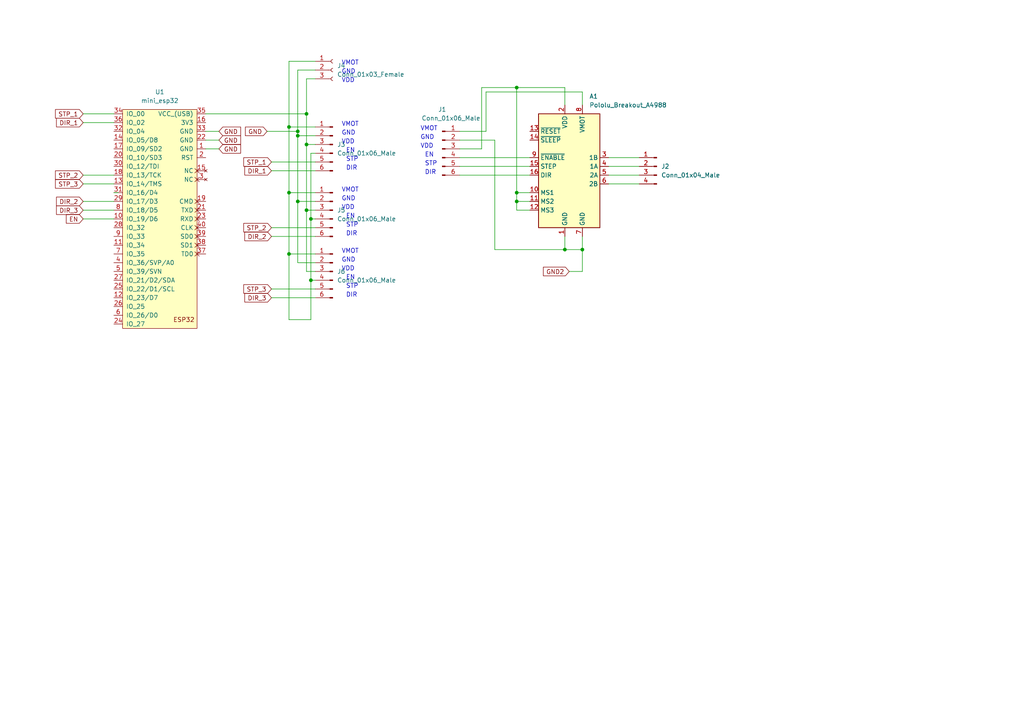
<source format=kicad_sch>
(kicad_sch (version 20211123) (generator eeschema)

  (uuid ec9b6fef-085d-40af-b50d-80b8e4637069)

  (paper "A4")

  (lib_symbols
    (symbol "Connector:Conn_01x03_Female" (pin_names (offset 1.016) hide) (in_bom yes) (on_board yes)
      (property "Reference" "J" (id 0) (at 0 5.08 0)
        (effects (font (size 1.27 1.27)))
      )
      (property "Value" "Conn_01x03_Female" (id 1) (at 0 -5.08 0)
        (effects (font (size 1.27 1.27)))
      )
      (property "Footprint" "" (id 2) (at 0 0 0)
        (effects (font (size 1.27 1.27)) hide)
      )
      (property "Datasheet" "~" (id 3) (at 0 0 0)
        (effects (font (size 1.27 1.27)) hide)
      )
      (property "ki_keywords" "connector" (id 4) (at 0 0 0)
        (effects (font (size 1.27 1.27)) hide)
      )
      (property "ki_description" "Generic connector, single row, 01x03, script generated (kicad-library-utils/schlib/autogen/connector/)" (id 5) (at 0 0 0)
        (effects (font (size 1.27 1.27)) hide)
      )
      (property "ki_fp_filters" "Connector*:*_1x??_*" (id 6) (at 0 0 0)
        (effects (font (size 1.27 1.27)) hide)
      )
      (symbol "Conn_01x03_Female_1_1"
        (arc (start 0 -2.032) (mid -0.508 -2.54) (end 0 -3.048)
          (stroke (width 0.1524) (type default) (color 0 0 0 0))
          (fill (type none))
        )
        (polyline
          (pts
            (xy -1.27 -2.54)
            (xy -0.508 -2.54)
          )
          (stroke (width 0.1524) (type default) (color 0 0 0 0))
          (fill (type none))
        )
        (polyline
          (pts
            (xy -1.27 0)
            (xy -0.508 0)
          )
          (stroke (width 0.1524) (type default) (color 0 0 0 0))
          (fill (type none))
        )
        (polyline
          (pts
            (xy -1.27 2.54)
            (xy -0.508 2.54)
          )
          (stroke (width 0.1524) (type default) (color 0 0 0 0))
          (fill (type none))
        )
        (arc (start 0 0.508) (mid -0.508 0) (end 0 -0.508)
          (stroke (width 0.1524) (type default) (color 0 0 0 0))
          (fill (type none))
        )
        (arc (start 0 3.048) (mid -0.508 2.54) (end 0 2.032)
          (stroke (width 0.1524) (type default) (color 0 0 0 0))
          (fill (type none))
        )
        (pin passive line (at -5.08 2.54 0) (length 3.81)
          (name "Pin_1" (effects (font (size 1.27 1.27))))
          (number "1" (effects (font (size 1.27 1.27))))
        )
        (pin passive line (at -5.08 0 0) (length 3.81)
          (name "Pin_2" (effects (font (size 1.27 1.27))))
          (number "2" (effects (font (size 1.27 1.27))))
        )
        (pin passive line (at -5.08 -2.54 0) (length 3.81)
          (name "Pin_3" (effects (font (size 1.27 1.27))))
          (number "3" (effects (font (size 1.27 1.27))))
        )
      )
    )
    (symbol "Connector:Conn_01x04_Male" (pin_names (offset 1.016) hide) (in_bom yes) (on_board yes)
      (property "Reference" "J" (id 0) (at 0 5.08 0)
        (effects (font (size 1.27 1.27)))
      )
      (property "Value" "Conn_01x04_Male" (id 1) (at 0 -7.62 0)
        (effects (font (size 1.27 1.27)))
      )
      (property "Footprint" "" (id 2) (at 0 0 0)
        (effects (font (size 1.27 1.27)) hide)
      )
      (property "Datasheet" "~" (id 3) (at 0 0 0)
        (effects (font (size 1.27 1.27)) hide)
      )
      (property "ki_keywords" "connector" (id 4) (at 0 0 0)
        (effects (font (size 1.27 1.27)) hide)
      )
      (property "ki_description" "Generic connector, single row, 01x04, script generated (kicad-library-utils/schlib/autogen/connector/)" (id 5) (at 0 0 0)
        (effects (font (size 1.27 1.27)) hide)
      )
      (property "ki_fp_filters" "Connector*:*_1x??_*" (id 6) (at 0 0 0)
        (effects (font (size 1.27 1.27)) hide)
      )
      (symbol "Conn_01x04_Male_1_1"
        (polyline
          (pts
            (xy 1.27 -5.08)
            (xy 0.8636 -5.08)
          )
          (stroke (width 0.1524) (type default) (color 0 0 0 0))
          (fill (type none))
        )
        (polyline
          (pts
            (xy 1.27 -2.54)
            (xy 0.8636 -2.54)
          )
          (stroke (width 0.1524) (type default) (color 0 0 0 0))
          (fill (type none))
        )
        (polyline
          (pts
            (xy 1.27 0)
            (xy 0.8636 0)
          )
          (stroke (width 0.1524) (type default) (color 0 0 0 0))
          (fill (type none))
        )
        (polyline
          (pts
            (xy 1.27 2.54)
            (xy 0.8636 2.54)
          )
          (stroke (width 0.1524) (type default) (color 0 0 0 0))
          (fill (type none))
        )
        (rectangle (start 0.8636 -4.953) (end 0 -5.207)
          (stroke (width 0.1524) (type default) (color 0 0 0 0))
          (fill (type outline))
        )
        (rectangle (start 0.8636 -2.413) (end 0 -2.667)
          (stroke (width 0.1524) (type default) (color 0 0 0 0))
          (fill (type outline))
        )
        (rectangle (start 0.8636 0.127) (end 0 -0.127)
          (stroke (width 0.1524) (type default) (color 0 0 0 0))
          (fill (type outline))
        )
        (rectangle (start 0.8636 2.667) (end 0 2.413)
          (stroke (width 0.1524) (type default) (color 0 0 0 0))
          (fill (type outline))
        )
        (pin passive line (at 5.08 2.54 180) (length 3.81)
          (name "Pin_1" (effects (font (size 1.27 1.27))))
          (number "1" (effects (font (size 1.27 1.27))))
        )
        (pin passive line (at 5.08 0 180) (length 3.81)
          (name "Pin_2" (effects (font (size 1.27 1.27))))
          (number "2" (effects (font (size 1.27 1.27))))
        )
        (pin passive line (at 5.08 -2.54 180) (length 3.81)
          (name "Pin_3" (effects (font (size 1.27 1.27))))
          (number "3" (effects (font (size 1.27 1.27))))
        )
        (pin passive line (at 5.08 -5.08 180) (length 3.81)
          (name "Pin_4" (effects (font (size 1.27 1.27))))
          (number "4" (effects (font (size 1.27 1.27))))
        )
      )
    )
    (symbol "Connector:Conn_01x06_Male" (pin_names (offset 1.016) hide) (in_bom yes) (on_board yes)
      (property "Reference" "J" (id 0) (at 0 7.62 0)
        (effects (font (size 1.27 1.27)))
      )
      (property "Value" "Conn_01x06_Male" (id 1) (at 0 -10.16 0)
        (effects (font (size 1.27 1.27)))
      )
      (property "Footprint" "" (id 2) (at 0 0 0)
        (effects (font (size 1.27 1.27)) hide)
      )
      (property "Datasheet" "~" (id 3) (at 0 0 0)
        (effects (font (size 1.27 1.27)) hide)
      )
      (property "ki_keywords" "connector" (id 4) (at 0 0 0)
        (effects (font (size 1.27 1.27)) hide)
      )
      (property "ki_description" "Generic connector, single row, 01x06, script generated (kicad-library-utils/schlib/autogen/connector/)" (id 5) (at 0 0 0)
        (effects (font (size 1.27 1.27)) hide)
      )
      (property "ki_fp_filters" "Connector*:*_1x??_*" (id 6) (at 0 0 0)
        (effects (font (size 1.27 1.27)) hide)
      )
      (symbol "Conn_01x06_Male_1_1"
        (polyline
          (pts
            (xy 1.27 -7.62)
            (xy 0.8636 -7.62)
          )
          (stroke (width 0.1524) (type default) (color 0 0 0 0))
          (fill (type none))
        )
        (polyline
          (pts
            (xy 1.27 -5.08)
            (xy 0.8636 -5.08)
          )
          (stroke (width 0.1524) (type default) (color 0 0 0 0))
          (fill (type none))
        )
        (polyline
          (pts
            (xy 1.27 -2.54)
            (xy 0.8636 -2.54)
          )
          (stroke (width 0.1524) (type default) (color 0 0 0 0))
          (fill (type none))
        )
        (polyline
          (pts
            (xy 1.27 0)
            (xy 0.8636 0)
          )
          (stroke (width 0.1524) (type default) (color 0 0 0 0))
          (fill (type none))
        )
        (polyline
          (pts
            (xy 1.27 2.54)
            (xy 0.8636 2.54)
          )
          (stroke (width 0.1524) (type default) (color 0 0 0 0))
          (fill (type none))
        )
        (polyline
          (pts
            (xy 1.27 5.08)
            (xy 0.8636 5.08)
          )
          (stroke (width 0.1524) (type default) (color 0 0 0 0))
          (fill (type none))
        )
        (rectangle (start 0.8636 -7.493) (end 0 -7.747)
          (stroke (width 0.1524) (type default) (color 0 0 0 0))
          (fill (type outline))
        )
        (rectangle (start 0.8636 -4.953) (end 0 -5.207)
          (stroke (width 0.1524) (type default) (color 0 0 0 0))
          (fill (type outline))
        )
        (rectangle (start 0.8636 -2.413) (end 0 -2.667)
          (stroke (width 0.1524) (type default) (color 0 0 0 0))
          (fill (type outline))
        )
        (rectangle (start 0.8636 0.127) (end 0 -0.127)
          (stroke (width 0.1524) (type default) (color 0 0 0 0))
          (fill (type outline))
        )
        (rectangle (start 0.8636 2.667) (end 0 2.413)
          (stroke (width 0.1524) (type default) (color 0 0 0 0))
          (fill (type outline))
        )
        (rectangle (start 0.8636 5.207) (end 0 4.953)
          (stroke (width 0.1524) (type default) (color 0 0 0 0))
          (fill (type outline))
        )
        (pin passive line (at 5.08 5.08 180) (length 3.81)
          (name "Pin_1" (effects (font (size 1.27 1.27))))
          (number "1" (effects (font (size 1.27 1.27))))
        )
        (pin passive line (at 5.08 2.54 180) (length 3.81)
          (name "Pin_2" (effects (font (size 1.27 1.27))))
          (number "2" (effects (font (size 1.27 1.27))))
        )
        (pin passive line (at 5.08 0 180) (length 3.81)
          (name "Pin_3" (effects (font (size 1.27 1.27))))
          (number "3" (effects (font (size 1.27 1.27))))
        )
        (pin passive line (at 5.08 -2.54 180) (length 3.81)
          (name "Pin_4" (effects (font (size 1.27 1.27))))
          (number "4" (effects (font (size 1.27 1.27))))
        )
        (pin passive line (at 5.08 -5.08 180) (length 3.81)
          (name "Pin_5" (effects (font (size 1.27 1.27))))
          (number "5" (effects (font (size 1.27 1.27))))
        )
        (pin passive line (at 5.08 -7.62 180) (length 3.81)
          (name "Pin_6" (effects (font (size 1.27 1.27))))
          (number "6" (effects (font (size 1.27 1.27))))
        )
      )
    )
    (symbol "Driver_Motor:Pololu_Breakout_A4988" (in_bom yes) (on_board yes)
      (property "Reference" "A" (id 0) (at -2.54 19.05 0)
        (effects (font (size 1.27 1.27)) (justify right))
      )
      (property "Value" "Pololu_Breakout_A4988" (id 1) (at -2.54 16.51 0)
        (effects (font (size 1.27 1.27)) (justify right))
      )
      (property "Footprint" "Module:Pololu_Breakout-16_15.2x20.3mm" (id 2) (at 6.985 -19.05 0)
        (effects (font (size 1.27 1.27)) (justify left) hide)
      )
      (property "Datasheet" "https://www.pololu.com/product/2980/pictures" (id 3) (at 2.54 -7.62 0)
        (effects (font (size 1.27 1.27)) hide)
      )
      (property "ki_keywords" "Pololu Breakout Board Stepper Driver A4988" (id 4) (at 0 0 0)
        (effects (font (size 1.27 1.27)) hide)
      )
      (property "ki_description" "Pololu Breakout Board, Stepper Driver A4988" (id 5) (at 0 0 0)
        (effects (font (size 1.27 1.27)) hide)
      )
      (property "ki_fp_filters" "Pololu*Breakout*15.2x20.3mm*" (id 6) (at 0 0 0)
        (effects (font (size 1.27 1.27)) hide)
      )
      (symbol "Pololu_Breakout_A4988_0_1"
        (rectangle (start 10.16 -17.78) (end -7.62 15.24)
          (stroke (width 0.254) (type default) (color 0 0 0 0))
          (fill (type background))
        )
      )
      (symbol "Pololu_Breakout_A4988_1_1"
        (pin power_in line (at 0 -20.32 90) (length 2.54)
          (name "GND" (effects (font (size 1.27 1.27))))
          (number "1" (effects (font (size 1.27 1.27))))
        )
        (pin input line (at -10.16 -7.62 0) (length 2.54)
          (name "MS1" (effects (font (size 1.27 1.27))))
          (number "10" (effects (font (size 1.27 1.27))))
        )
        (pin input line (at -10.16 -10.16 0) (length 2.54)
          (name "MS2" (effects (font (size 1.27 1.27))))
          (number "11" (effects (font (size 1.27 1.27))))
        )
        (pin input line (at -10.16 -12.7 0) (length 2.54)
          (name "MS3" (effects (font (size 1.27 1.27))))
          (number "12" (effects (font (size 1.27 1.27))))
        )
        (pin input line (at -10.16 10.16 0) (length 2.54)
          (name "~{RESET}" (effects (font (size 1.27 1.27))))
          (number "13" (effects (font (size 1.27 1.27))))
        )
        (pin input line (at -10.16 7.62 0) (length 2.54)
          (name "~{SLEEP}" (effects (font (size 1.27 1.27))))
          (number "14" (effects (font (size 1.27 1.27))))
        )
        (pin input line (at -10.16 0 0) (length 2.54)
          (name "STEP" (effects (font (size 1.27 1.27))))
          (number "15" (effects (font (size 1.27 1.27))))
        )
        (pin input line (at -10.16 -2.54 0) (length 2.54)
          (name "DIR" (effects (font (size 1.27 1.27))))
          (number "16" (effects (font (size 1.27 1.27))))
        )
        (pin power_in line (at 0 17.78 270) (length 2.54)
          (name "VDD" (effects (font (size 1.27 1.27))))
          (number "2" (effects (font (size 1.27 1.27))))
        )
        (pin output line (at 12.7 2.54 180) (length 2.54)
          (name "1B" (effects (font (size 1.27 1.27))))
          (number "3" (effects (font (size 1.27 1.27))))
        )
        (pin output line (at 12.7 0 180) (length 2.54)
          (name "1A" (effects (font (size 1.27 1.27))))
          (number "4" (effects (font (size 1.27 1.27))))
        )
        (pin output line (at 12.7 -2.54 180) (length 2.54)
          (name "2A" (effects (font (size 1.27 1.27))))
          (number "5" (effects (font (size 1.27 1.27))))
        )
        (pin output line (at 12.7 -5.08 180) (length 2.54)
          (name "2B" (effects (font (size 1.27 1.27))))
          (number "6" (effects (font (size 1.27 1.27))))
        )
        (pin power_in line (at 5.08 -20.32 90) (length 2.54)
          (name "GND" (effects (font (size 1.27 1.27))))
          (number "7" (effects (font (size 1.27 1.27))))
        )
        (pin power_in line (at 5.08 17.78 270) (length 2.54)
          (name "VMOT" (effects (font (size 1.27 1.27))))
          (number "8" (effects (font (size 1.27 1.27))))
        )
        (pin input line (at -10.16 2.54 0) (length 2.54)
          (name "~{ENABLE}" (effects (font (size 1.27 1.27))))
          (number "9" (effects (font (size 1.27 1.27))))
        )
      )
    )
    (symbol "ESP32_mini:mini_esp32" (pin_names (offset 1.016)) (in_bom yes) (on_board yes)
      (property "Reference" "U" (id 0) (at -7.62 -50.8 0)
        (effects (font (size 1.27 1.27)))
      )
      (property "Value" "mini_esp32" (id 1) (at 5.08 -59.69 0)
        (effects (font (size 1.27 1.27)))
      )
      (property "Footprint" "" (id 2) (at 3.81 2.54 0)
        (effects (font (size 1.27 1.27)) hide)
      )
      (property "Datasheet" "" (id 3) (at 3.81 2.54 0)
        (effects (font (size 1.27 1.27)) hide)
      )
      (symbol "mini_esp32_0_0"
        (text "ESP32" (at 7.62 -62.23 0)
          (effects (font (size 1.27 1.27)))
        )
        (pin power_in line (at 13.97 -12.7 180) (length 2.54)
          (name "GND" (effects (font (size 1.27 1.27))))
          (number "1" (effects (font (size 1.27 1.27))))
        )
        (pin input line (at 13.97 -15.24 180) (length 2.54)
          (name "RST" (effects (font (size 1.27 1.27))))
          (number "2" (effects (font (size 1.27 1.27))))
        )
        (pin no_connect non_logic (at 13.97 -21.59 180) (length 2.54)
          (name "NC" (effects (font (size 1.27 1.27))))
          (number "3" (effects (font (size 1.27 1.27))))
        )
        (pin bidirectional line (at -12.7 -45.72 0) (length 2.54)
          (name "IO_36/SVP/A0" (effects (font (size 1.27 1.27))))
          (number "4" (effects (font (size 1.27 1.27))))
        )
        (pin bidirectional line (at -12.7 -48.26 0) (length 2.54)
          (name "IO_39/SVN" (effects (font (size 1.27 1.27))))
          (number "5" (effects (font (size 1.27 1.27))))
        )
      )
      (symbol "mini_esp32_0_1"
        (rectangle (start -10.16 -1.27) (end 11.43 -64.77)
          (stroke (width 0) (type default) (color 0 0 0 0))
          (fill (type background))
        )
      )
      (symbol "mini_esp32_1_1"
        (pin bidirectional line (at -12.7 -33.02 0) (length 2.54)
          (name "IO_19/D6" (effects (font (size 1.27 1.27))))
          (number "10" (effects (font (size 1.27 1.27))))
        )
        (pin bidirectional line (at -12.7 -40.64 0) (length 2.54)
          (name "IO_34" (effects (font (size 1.27 1.27))))
          (number "11" (effects (font (size 1.27 1.27))))
        )
        (pin bidirectional line (at -12.7 -55.88 0) (length 2.54)
          (name "IO_23/D7" (effects (font (size 1.27 1.27))))
          (number "12" (effects (font (size 1.27 1.27))))
        )
        (pin bidirectional line (at -12.7 -22.86 0) (length 2.54)
          (name "IO_14/TMS" (effects (font (size 1.27 1.27))))
          (number "13" (effects (font (size 1.27 1.27))))
        )
        (pin bidirectional line (at -12.7 -10.16 0) (length 2.54)
          (name "IO_05/D8" (effects (font (size 1.27 1.27))))
          (number "14" (effects (font (size 1.27 1.27))))
        )
        (pin no_connect non_logic (at 13.97 -19.05 180) (length 2.54)
          (name "NC" (effects (font (size 1.27 1.27))))
          (number "15" (effects (font (size 1.27 1.27))))
        )
        (pin power_in line (at 13.97 -5.08 180) (length 2.54)
          (name "3V3" (effects (font (size 1.27 1.27))))
          (number "16" (effects (font (size 1.27 1.27))))
        )
        (pin bidirectional line (at -12.7 -12.7 0) (length 2.54)
          (name "IO_09/SD2" (effects (font (size 1.27 1.27))))
          (number "17" (effects (font (size 1.27 1.27))))
        )
        (pin bidirectional line (at -12.7 -20.32 0) (length 2.54)
          (name "IO_13/TCK" (effects (font (size 1.27 1.27))))
          (number "18" (effects (font (size 1.27 1.27))))
        )
        (pin passive non_logic (at 13.97 -27.94 180) (length 2.54)
          (name "CMD" (effects (font (size 1.27 1.27))))
          (number "19" (effects (font (size 1.27 1.27))))
        )
        (pin bidirectional line (at -12.7 -15.24 0) (length 2.54)
          (name "IO_10/SD3" (effects (font (size 1.27 1.27))))
          (number "20" (effects (font (size 1.27 1.27))))
        )
        (pin passive non_logic (at 13.97 -30.48 180) (length 2.54)
          (name "TXD" (effects (font (size 1.27 1.27))))
          (number "21" (effects (font (size 1.27 1.27))))
        )
        (pin power_in line (at 13.97 -10.16 180) (length 2.54)
          (name "GND" (effects (font (size 1.27 1.27))))
          (number "22" (effects (font (size 1.27 1.27))))
        )
        (pin passive non_logic (at 13.97 -33.02 180) (length 2.54)
          (name "RXD" (effects (font (size 1.27 1.27))))
          (number "23" (effects (font (size 1.27 1.27))))
        )
        (pin bidirectional line (at -12.7 -63.5 0) (length 2.54)
          (name "IO_27" (effects (font (size 1.27 1.27))))
          (number "24" (effects (font (size 1.27 1.27))))
        )
        (pin bidirectional line (at -12.7 -53.34 0) (length 2.54)
          (name "IO_22/D1/SCL" (effects (font (size 1.27 1.27))))
          (number "25" (effects (font (size 1.27 1.27))))
        )
        (pin bidirectional line (at -12.7 -58.42 0) (length 2.54)
          (name "IO_25" (effects (font (size 1.27 1.27))))
          (number "26" (effects (font (size 1.27 1.27))))
        )
        (pin bidirectional line (at -12.7 -50.8 0) (length 2.54)
          (name "IO_21/D2/SDA" (effects (font (size 1.27 1.27))))
          (number "27" (effects (font (size 1.27 1.27))))
        )
        (pin bidirectional line (at -12.7 -35.56 0) (length 2.54)
          (name "IO_32" (effects (font (size 1.27 1.27))))
          (number "28" (effects (font (size 1.27 1.27))))
        )
        (pin bidirectional line (at -12.7 -27.94 0) (length 2.54)
          (name "IO_17/D3" (effects (font (size 1.27 1.27))))
          (number "29" (effects (font (size 1.27 1.27))))
        )
        (pin bidirectional line (at -12.7 -17.78 0) (length 2.54)
          (name "IO_12/TDI" (effects (font (size 1.27 1.27))))
          (number "30" (effects (font (size 1.27 1.27))))
        )
        (pin bidirectional line (at -12.7 -25.4 0) (length 2.54)
          (name "IO_16/D4" (effects (font (size 1.27 1.27))))
          (number "31" (effects (font (size 1.27 1.27))))
        )
        (pin bidirectional line (at -12.7 -7.62 0) (length 2.54)
          (name "IO_04" (effects (font (size 1.27 1.27))))
          (number "32" (effects (font (size 1.27 1.27))))
        )
        (pin power_in line (at 13.97 -7.62 180) (length 2.54)
          (name "GND" (effects (font (size 1.27 1.27))))
          (number "33" (effects (font (size 1.27 1.27))))
        )
        (pin bidirectional line (at -12.7 -2.54 0) (length 2.54)
          (name "IO_00" (effects (font (size 1.27 1.27))))
          (number "34" (effects (font (size 1.27 1.27))))
        )
        (pin power_in line (at 13.97 -2.54 180) (length 2.54)
          (name "VCC_(USB)" (effects (font (size 1.27 1.27))))
          (number "35" (effects (font (size 1.27 1.27))))
        )
        (pin bidirectional line (at -12.7 -5.08 0) (length 2.54)
          (name "IO_02" (effects (font (size 1.27 1.27))))
          (number "36" (effects (font (size 1.27 1.27))))
        )
        (pin passive non_logic (at 13.97 -43.18 180) (length 2.54)
          (name "TD0" (effects (font (size 1.27 1.27))))
          (number "37" (effects (font (size 1.27 1.27))))
        )
        (pin passive non_logic (at 13.97 -40.64 180) (length 2.54)
          (name "SD1" (effects (font (size 1.27 1.27))))
          (number "38" (effects (font (size 1.27 1.27))))
        )
        (pin passive non_logic (at 13.97 -38.1 180) (length 2.54)
          (name "SD0" (effects (font (size 1.27 1.27))))
          (number "39" (effects (font (size 1.27 1.27))))
        )
        (pin passive non_logic (at 13.97 -35.56 180) (length 2.54)
          (name "CLK" (effects (font (size 1.27 1.27))))
          (number "40" (effects (font (size 1.27 1.27))))
        )
        (pin bidirectional line (at -12.7 -60.96 0) (length 2.54)
          (name "IO_26/D0" (effects (font (size 1.27 1.27))))
          (number "6" (effects (font (size 1.27 1.27))))
        )
        (pin bidirectional line (at -12.7 -43.18 0) (length 2.54)
          (name "IO_35" (effects (font (size 1.27 1.27))))
          (number "7" (effects (font (size 1.27 1.27))))
        )
        (pin bidirectional line (at -12.7 -30.48 0) (length 2.54)
          (name "IO_18/D5" (effects (font (size 1.27 1.27))))
          (number "8" (effects (font (size 1.27 1.27))))
        )
        (pin bidirectional line (at -12.7 -38.1 0) (length 2.54)
          (name "IO_33" (effects (font (size 1.27 1.27))))
          (number "9" (effects (font (size 1.27 1.27))))
        )
      )
    )
  )

  (junction (at 88.9 60.96) (diameter 0) (color 0 0 0 0)
    (uuid 072d1212-3a54-407d-991a-ee3f3f249fb7)
  )
  (junction (at 90.17 63.5) (diameter 0) (color 0 0 0 0)
    (uuid 0d60e204-d9fa-4e28-bcbd-6cf47f76d629)
  )
  (junction (at 83.82 73.66) (diameter 0) (color 0 0 0 0)
    (uuid 16cb88f9-5e07-42fe-b0a2-9e70a2f196b8)
  )
  (junction (at 86.36 39.37) (diameter 0) (color 0 0 0 0)
    (uuid 1bc7526b-f612-4cc2-bb92-560db3c716ba)
  )
  (junction (at 86.36 38.1) (diameter 0) (color 0 0 0 0)
    (uuid 32f1c4f0-bea1-494c-a22f-582552c51767)
  )
  (junction (at 88.9 41.91) (diameter 0) (color 0 0 0 0)
    (uuid 411cf802-5e15-4d5d-a8ff-1d25895f77c3)
  )
  (junction (at 83.82 36.83) (diameter 0) (color 0 0 0 0)
    (uuid 66c5bbaf-9236-4a54-a57a-f2affe6f3e65)
  )
  (junction (at 88.9 33.02) (diameter 0) (color 0 0 0 0)
    (uuid 7bd8bd1f-126a-4c8a-ac10-ac30c753591b)
  )
  (junction (at 163.83 72.39) (diameter 0) (color 0 0 0 0)
    (uuid 7d4cc9bb-f296-4cd6-bc1b-7f2311b06c35)
  )
  (junction (at 168.91 72.39) (diameter 0) (color 0 0 0 0)
    (uuid 7eda279e-26bf-4341-bd57-801381f5ad0f)
  )
  (junction (at 90.17 81.28) (diameter 0) (color 0 0 0 0)
    (uuid b476715f-cc57-4130-a5cd-755f3641ef0b)
  )
  (junction (at 149.86 58.42) (diameter 0) (color 0 0 0 0)
    (uuid cd08e01f-9f48-4dca-ab75-0432e8615b78)
  )
  (junction (at 86.36 58.42) (diameter 0) (color 0 0 0 0)
    (uuid e86549b6-0a26-429a-ade3-ce35236ca0bc)
  )
  (junction (at 83.82 55.88) (diameter 0) (color 0 0 0 0)
    (uuid fd43ca29-aada-4b4f-bfc6-7b1341c5ff9b)
  )
  (junction (at 149.86 25.4) (diameter 0) (color 0 0 0 0)
    (uuid fea3e529-b745-4526-9774-d3bd58014094)
  )
  (junction (at 149.86 55.88) (diameter 0) (color 0 0 0 0)
    (uuid ff45978d-189b-46c4-ae0c-e088ba006e97)
  )

  (wire (pts (xy 86.36 20.32) (xy 86.36 38.1))
    (stroke (width 0) (type default) (color 0 0 0 0))
    (uuid 02761a18-d102-4152-8306-17f30b4ea4bf)
  )
  (wire (pts (xy 24.13 35.56) (xy 33.02 35.56))
    (stroke (width 0) (type default) (color 0 0 0 0))
    (uuid 046fbe6f-5483-4a16-9730-46c1d77063d0)
  )
  (wire (pts (xy 91.44 76.2) (xy 86.36 76.2))
    (stroke (width 0) (type default) (color 0 0 0 0))
    (uuid 0488f0ac-7795-468d-8ff7-2855d77a1ce0)
  )
  (wire (pts (xy 149.86 55.88) (xy 153.67 55.88))
    (stroke (width 0) (type default) (color 0 0 0 0))
    (uuid 09596797-d166-4d72-9c16-82e3511c0545)
  )
  (wire (pts (xy 153.67 50.8) (xy 133.35 50.8))
    (stroke (width 0) (type default) (color 0 0 0 0))
    (uuid 0ca09101-3362-4716-9f71-acf8afbfbb57)
  )
  (wire (pts (xy 24.13 60.96) (xy 33.02 60.96))
    (stroke (width 0) (type default) (color 0 0 0 0))
    (uuid 0f4b0d53-ac83-4f5d-807f-18ded6e8a592)
  )
  (wire (pts (xy 168.91 68.58) (xy 168.91 72.39))
    (stroke (width 0) (type default) (color 0 0 0 0))
    (uuid 118a4aff-5809-464e-b305-e23b09d11d71)
  )
  (wire (pts (xy 91.44 20.32) (xy 86.36 20.32))
    (stroke (width 0) (type default) (color 0 0 0 0))
    (uuid 11c936ec-bfaa-4303-a86d-18ceb28ff980)
  )
  (wire (pts (xy 139.7 25.4) (xy 139.7 43.18))
    (stroke (width 0) (type default) (color 0 0 0 0))
    (uuid 16cd376e-04a4-4b12-96c6-12227136e9f2)
  )
  (wire (pts (xy 78.74 46.99) (xy 91.44 46.99))
    (stroke (width 0) (type default) (color 0 0 0 0))
    (uuid 1b793894-2bb6-4406-b9ff-16165a9bc891)
  )
  (wire (pts (xy 24.13 53.34) (xy 33.02 53.34))
    (stroke (width 0) (type default) (color 0 0 0 0))
    (uuid 2389da1d-fad7-400f-a0c1-55b3861000e8)
  )
  (wire (pts (xy 77.47 38.1) (xy 86.36 38.1))
    (stroke (width 0) (type default) (color 0 0 0 0))
    (uuid 23b9731b-beda-4cd4-8d71-55fa9cc2eff7)
  )
  (wire (pts (xy 91.44 55.88) (xy 83.82 55.88))
    (stroke (width 0) (type default) (color 0 0 0 0))
    (uuid 25d80349-a50a-4c1f-b1ad-a3dd6bfedc36)
  )
  (wire (pts (xy 88.9 78.74) (xy 88.9 60.96))
    (stroke (width 0) (type default) (color 0 0 0 0))
    (uuid 2a61d90b-6fc6-46c0-971b-3165a59e2ae2)
  )
  (wire (pts (xy 149.86 58.42) (xy 153.67 58.42))
    (stroke (width 0) (type default) (color 0 0 0 0))
    (uuid 2c62a074-6a6a-4f6b-a462-ccb8910751bd)
  )
  (wire (pts (xy 78.74 66.04) (xy 91.44 66.04))
    (stroke (width 0) (type default) (color 0 0 0 0))
    (uuid 34c97622-3dff-4a40-804c-1e6c909e3285)
  )
  (wire (pts (xy 59.69 38.1) (xy 63.5 38.1))
    (stroke (width 0) (type default) (color 0 0 0 0))
    (uuid 38d501c8-61c1-40a4-a96f-15dd6c51ff1b)
  )
  (wire (pts (xy 24.13 63.5) (xy 33.02 63.5))
    (stroke (width 0) (type default) (color 0 0 0 0))
    (uuid 39b2affc-c8f9-47ea-bdb1-75e277d484cc)
  )
  (wire (pts (xy 24.13 33.02) (xy 33.02 33.02))
    (stroke (width 0) (type default) (color 0 0 0 0))
    (uuid 4037d099-cab5-469d-bdf2-6fc36a705fa6)
  )
  (wire (pts (xy 24.13 50.8) (xy 33.02 50.8))
    (stroke (width 0) (type default) (color 0 0 0 0))
    (uuid 43252fe1-1a1c-43fd-8f9a-63360f71d7c3)
  )
  (wire (pts (xy 149.86 25.4) (xy 149.86 55.88))
    (stroke (width 0) (type default) (color 0 0 0 0))
    (uuid 454aecc4-9377-47d6-95dc-e652eac5bcbe)
  )
  (wire (pts (xy 168.91 30.48) (xy 168.91 26.67))
    (stroke (width 0) (type default) (color 0 0 0 0))
    (uuid 4a19feaf-293e-45f4-8592-93d51bca12ad)
  )
  (wire (pts (xy 176.53 50.8) (xy 185.42 50.8))
    (stroke (width 0) (type default) (color 0 0 0 0))
    (uuid 56cc647b-af95-4cd3-af3a-b241255fe262)
  )
  (wire (pts (xy 83.82 17.78) (xy 83.82 36.83))
    (stroke (width 0) (type default) (color 0 0 0 0))
    (uuid 56ece04a-740f-4d28-9ae9-f11e2c773cdc)
  )
  (wire (pts (xy 88.9 22.86) (xy 88.9 33.02))
    (stroke (width 0) (type default) (color 0 0 0 0))
    (uuid 5f767106-4d62-4f24-aa2d-b9dd5c1a0497)
  )
  (wire (pts (xy 165.1 78.74) (xy 168.91 78.74))
    (stroke (width 0) (type default) (color 0 0 0 0))
    (uuid 6159b8a8-8f69-4d77-af0d-a7bb5e4bb847)
  )
  (wire (pts (xy 153.67 60.96) (xy 149.86 60.96))
    (stroke (width 0) (type default) (color 0 0 0 0))
    (uuid 64cbb22d-811f-43c6-8392-d57a9fab72c3)
  )
  (wire (pts (xy 90.17 63.5) (xy 91.44 63.5))
    (stroke (width 0) (type default) (color 0 0 0 0))
    (uuid 657ab044-fb2e-48de-b855-5e53c0a83df4)
  )
  (wire (pts (xy 88.9 33.02) (xy 88.9 41.91))
    (stroke (width 0) (type default) (color 0 0 0 0))
    (uuid 666348b0-43b7-4f66-8112-c51700e85197)
  )
  (wire (pts (xy 24.13 58.42) (xy 33.02 58.42))
    (stroke (width 0) (type default) (color 0 0 0 0))
    (uuid 69bd8d91-be28-4261-a8a5-80efdf230711)
  )
  (wire (pts (xy 78.74 68.58) (xy 91.44 68.58))
    (stroke (width 0) (type default) (color 0 0 0 0))
    (uuid 6c9bcea6-e4e7-44a5-81a8-aa2a97b5b204)
  )
  (wire (pts (xy 91.44 73.66) (xy 83.82 73.66))
    (stroke (width 0) (type default) (color 0 0 0 0))
    (uuid 6ca21a62-b976-40c2-8d81-a971a823c5a8)
  )
  (wire (pts (xy 83.82 92.71) (xy 83.82 73.66))
    (stroke (width 0) (type default) (color 0 0 0 0))
    (uuid 6ea4cbdf-2bf7-4e6b-894e-9acdb4a77163)
  )
  (wire (pts (xy 90.17 44.45) (xy 90.17 63.5))
    (stroke (width 0) (type default) (color 0 0 0 0))
    (uuid 6eedc6ea-6899-4ec9-9b61-3a3a1ca179d1)
  )
  (wire (pts (xy 163.83 25.4) (xy 163.83 30.48))
    (stroke (width 0) (type default) (color 0 0 0 0))
    (uuid 718f451e-3277-4f03-a9b6-38427b2df2e7)
  )
  (wire (pts (xy 143.51 40.64) (xy 143.51 72.39))
    (stroke (width 0) (type default) (color 0 0 0 0))
    (uuid 729810a7-6732-4e0e-95ed-2ddaaf363f49)
  )
  (wire (pts (xy 78.74 86.36) (xy 91.44 86.36))
    (stroke (width 0) (type default) (color 0 0 0 0))
    (uuid 74dfc4c3-f8ff-44ac-a8ef-139709ae52ba)
  )
  (wire (pts (xy 78.74 49.53) (xy 91.44 49.53))
    (stroke (width 0) (type default) (color 0 0 0 0))
    (uuid 75331db1-8379-4f5b-9552-46378f467d39)
  )
  (wire (pts (xy 168.91 72.39) (xy 163.83 72.39))
    (stroke (width 0) (type default) (color 0 0 0 0))
    (uuid 7691886c-5c7a-4456-a796-16dd55b84c70)
  )
  (wire (pts (xy 133.35 48.26) (xy 153.67 48.26))
    (stroke (width 0) (type default) (color 0 0 0 0))
    (uuid 76bf2261-679b-429f-a83b-1503b628c1b6)
  )
  (wire (pts (xy 149.86 25.4) (xy 163.83 25.4))
    (stroke (width 0) (type default) (color 0 0 0 0))
    (uuid 770d0a59-6c74-4873-9b67-7f84cea24f4d)
  )
  (wire (pts (xy 133.35 45.72) (xy 153.67 45.72))
    (stroke (width 0) (type default) (color 0 0 0 0))
    (uuid 773b116b-0508-4c02-acaf-4ad32bf5e9b1)
  )
  (wire (pts (xy 91.44 81.28) (xy 90.17 81.28))
    (stroke (width 0) (type default) (color 0 0 0 0))
    (uuid 7b58095e-a15d-4dfa-84dd-8016b1b00b36)
  )
  (wire (pts (xy 91.44 17.78) (xy 83.82 17.78))
    (stroke (width 0) (type default) (color 0 0 0 0))
    (uuid 7e8f8597-9883-4de9-98c9-45177878a9c4)
  )
  (wire (pts (xy 168.91 78.74) (xy 168.91 72.39))
    (stroke (width 0) (type default) (color 0 0 0 0))
    (uuid 7ef211f3-6698-4478-808a-6eb6ebcf3c8a)
  )
  (wire (pts (xy 86.36 76.2) (xy 86.36 58.42))
    (stroke (width 0) (type default) (color 0 0 0 0))
    (uuid 7f8e328d-2864-45ed-9bd6-f0b91a46fac6)
  )
  (wire (pts (xy 78.74 83.82) (xy 91.44 83.82))
    (stroke (width 0) (type default) (color 0 0 0 0))
    (uuid 837b5051-6fc8-434a-9b70-8a9fe01fb1d3)
  )
  (wire (pts (xy 133.35 43.18) (xy 139.7 43.18))
    (stroke (width 0) (type default) (color 0 0 0 0))
    (uuid 83f41c78-6259-4160-a5f8-174ecbc7b2db)
  )
  (wire (pts (xy 91.44 78.74) (xy 88.9 78.74))
    (stroke (width 0) (type default) (color 0 0 0 0))
    (uuid 895a9dda-2e7c-4592-9f2a-969b13f1e4cf)
  )
  (wire (pts (xy 88.9 60.96) (xy 88.9 41.91))
    (stroke (width 0) (type default) (color 0 0 0 0))
    (uuid 8d83b26a-3353-4d9e-bc01-34a855a99418)
  )
  (wire (pts (xy 90.17 92.71) (xy 90.17 81.28))
    (stroke (width 0) (type default) (color 0 0 0 0))
    (uuid 9066d3b9-f852-4ff6-a838-4d641de0e723)
  )
  (wire (pts (xy 143.51 72.39) (xy 163.83 72.39))
    (stroke (width 0) (type default) (color 0 0 0 0))
    (uuid 9180fa3f-4617-4d4e-8bef-de3b3b840912)
  )
  (wire (pts (xy 140.97 26.67) (xy 140.97 38.1))
    (stroke (width 0) (type default) (color 0 0 0 0))
    (uuid 955fd8d3-59b3-4383-8d84-67c28988e72d)
  )
  (wire (pts (xy 83.82 55.88) (xy 83.82 73.66))
    (stroke (width 0) (type default) (color 0 0 0 0))
    (uuid 958ea2ed-1216-4ddd-b206-1bd2b8752801)
  )
  (wire (pts (xy 133.35 40.64) (xy 143.51 40.64))
    (stroke (width 0) (type default) (color 0 0 0 0))
    (uuid 9ef9d527-1e39-4fb9-a454-0693ccb8c486)
  )
  (wire (pts (xy 88.9 41.91) (xy 91.44 41.91))
    (stroke (width 0) (type default) (color 0 0 0 0))
    (uuid 9fd883b0-75aa-4459-b615-812fe32e59bb)
  )
  (wire (pts (xy 59.69 40.64) (xy 63.5 40.64))
    (stroke (width 0) (type default) (color 0 0 0 0))
    (uuid a07d44c3-b5bd-49d9-bdf5-ed162711ed53)
  )
  (wire (pts (xy 59.69 43.18) (xy 63.5 43.18))
    (stroke (width 0) (type default) (color 0 0 0 0))
    (uuid a7dc7535-a270-4303-ac72-d0bdcedea21d)
  )
  (wire (pts (xy 91.44 44.45) (xy 90.17 44.45))
    (stroke (width 0) (type default) (color 0 0 0 0))
    (uuid a96fbb01-7a0b-40e3-8daa-c4ba0000404f)
  )
  (wire (pts (xy 168.91 26.67) (xy 140.97 26.67))
    (stroke (width 0) (type default) (color 0 0 0 0))
    (uuid acdeac37-d0d4-42c8-ad6b-5bb8d481e0b6)
  )
  (wire (pts (xy 176.53 45.72) (xy 185.42 45.72))
    (stroke (width 0) (type default) (color 0 0 0 0))
    (uuid b1505178-62d2-4d69-88ca-4f0742d8c5a2)
  )
  (wire (pts (xy 139.7 25.4) (xy 149.86 25.4))
    (stroke (width 0) (type default) (color 0 0 0 0))
    (uuid b52ec6a2-b836-4883-a98f-1ccca3f927e4)
  )
  (wire (pts (xy 86.36 58.42) (xy 91.44 58.42))
    (stroke (width 0) (type default) (color 0 0 0 0))
    (uuid b5ca0ad5-e1f4-4de5-8781-28a882ff4b1a)
  )
  (wire (pts (xy 163.83 72.39) (xy 163.83 68.58))
    (stroke (width 0) (type default) (color 0 0 0 0))
    (uuid b677ded2-3fdf-472b-a265-c2a3e175c7ee)
  )
  (wire (pts (xy 91.44 22.86) (xy 88.9 22.86))
    (stroke (width 0) (type default) (color 0 0 0 0))
    (uuid b96befdd-b750-4b4f-b6d6-d2136194962e)
  )
  (wire (pts (xy 90.17 63.5) (xy 90.17 81.28))
    (stroke (width 0) (type default) (color 0 0 0 0))
    (uuid bad9eaa2-bf30-48c5-9d69-49975dfd1c80)
  )
  (wire (pts (xy 91.44 39.37) (xy 86.36 39.37))
    (stroke (width 0) (type default) (color 0 0 0 0))
    (uuid bbaa0643-77dc-4cec-8920-1ac47f8ceff7)
  )
  (wire (pts (xy 59.69 33.02) (xy 88.9 33.02))
    (stroke (width 0) (type default) (color 0 0 0 0))
    (uuid bbc7a605-2911-43e8-94bd-ccd1eef0d160)
  )
  (wire (pts (xy 149.86 60.96) (xy 149.86 58.42))
    (stroke (width 0) (type default) (color 0 0 0 0))
    (uuid bc69f448-5530-41ef-a1a6-0b490c9c699f)
  )
  (wire (pts (xy 83.82 92.71) (xy 90.17 92.71))
    (stroke (width 0) (type default) (color 0 0 0 0))
    (uuid c37a1cb2-3b82-4c7b-a894-22becd1cc082)
  )
  (wire (pts (xy 33.02 55.88) (xy 34.29 55.88))
    (stroke (width 0) (type default) (color 0 0 0 0))
    (uuid cab69448-865a-48f3-ac46-320209c92670)
  )
  (wire (pts (xy 83.82 36.83) (xy 91.44 36.83))
    (stroke (width 0) (type default) (color 0 0 0 0))
    (uuid cd859648-99ba-4f5b-b067-0014a56feb4a)
  )
  (wire (pts (xy 140.97 38.1) (xy 133.35 38.1))
    (stroke (width 0) (type default) (color 0 0 0 0))
    (uuid d1c836a0-cd6d-4cac-8581-5edcaa0ea953)
  )
  (wire (pts (xy 83.82 55.88) (xy 83.82 36.83))
    (stroke (width 0) (type default) (color 0 0 0 0))
    (uuid d2d954c6-7aa6-44bc-bd1c-c3a24194cb43)
  )
  (wire (pts (xy 149.86 58.42) (xy 149.86 55.88))
    (stroke (width 0) (type default) (color 0 0 0 0))
    (uuid da302d66-899c-41c6-a20c-bfd74a2f8ac7)
  )
  (wire (pts (xy 86.36 39.37) (xy 86.36 58.42))
    (stroke (width 0) (type default) (color 0 0 0 0))
    (uuid e55b1a50-262b-40c6-a9f1-ce897aac7da5)
  )
  (wire (pts (xy 176.53 48.26) (xy 185.42 48.26))
    (stroke (width 0) (type default) (color 0 0 0 0))
    (uuid ed826926-7925-4e73-8f01-9dd4d714064b)
  )
  (wire (pts (xy 91.44 60.96) (xy 88.9 60.96))
    (stroke (width 0) (type default) (color 0 0 0 0))
    (uuid f6d60407-69d6-47c5-89a9-e9147ed5dd58)
  )
  (wire (pts (xy 176.53 53.34) (xy 185.42 53.34))
    (stroke (width 0) (type default) (color 0 0 0 0))
    (uuid fb93086d-82e1-492e-a51d-24b976296661)
  )
  (wire (pts (xy 86.36 38.1) (xy 86.36 39.37))
    (stroke (width 0) (type default) (color 0 0 0 0))
    (uuid ff6f513a-c8c6-4560-bc3b-aefec0c961b2)
  )

  (text "GND\n" (at 99.06 39.37 0)
    (effects (font (size 1.27 1.27)) (justify left bottom))
    (uuid 2dbf59fc-c1d8-44e6-943a-bafa4360af95)
  )
  (text "VMOT" (at 99.06 36.83 0)
    (effects (font (size 1.27 1.27)) (justify left bottom))
    (uuid 3d26c15f-baa7-463b-bd6e-0776b73be524)
  )
  (text "EN" (at 100.33 81.28 0)
    (effects (font (size 1.27 1.27)) (justify left bottom))
    (uuid 587b3e91-bd2a-41d0-996a-1f035c683c4e)
  )
  (text "EN" (at 100.33 44.45 0)
    (effects (font (size 1.27 1.27)) (justify left bottom))
    (uuid 634fa263-8855-42c6-bb3f-6caa63f76c3d)
  )
  (text "STP" (at 100.33 83.82 0)
    (effects (font (size 1.27 1.27)) (justify left bottom))
    (uuid 666b1985-747d-4aad-8164-85cf141919f7)
  )
  (text "DIR" (at 100.33 49.53 0)
    (effects (font (size 1.27 1.27)) (justify left bottom))
    (uuid 6a4d8022-9617-4729-a348-7b51c1af5e74)
  )
  (text "VMOT" (at 121.92 38.1 0)
    (effects (font (size 1.27 1.27)) (justify left bottom))
    (uuid 6d4e9fb3-ae19-41ff-abd0-af0bf982e259)
  )
  (text "GND\n" (at 99.06 58.42 0)
    (effects (font (size 1.27 1.27)) (justify left bottom))
    (uuid 74181294-937c-4804-bfc8-2af725941b90)
  )
  (text "STP" (at 123.19 48.26 0)
    (effects (font (size 1.27 1.27)) (justify left bottom))
    (uuid 7d310e96-e41d-4ea2-8d4d-93874129b0d5)
  )
  (text "STP" (at 100.33 46.99 0)
    (effects (font (size 1.27 1.27)) (justify left bottom))
    (uuid 7e15753d-3fbc-4a8e-a5de-6fa66a1a5651)
  )
  (text "VMOT" (at 99.06 73.66 0)
    (effects (font (size 1.27 1.27)) (justify left bottom))
    (uuid 86f03833-3b3c-4ce3-8a7d-9c94d518a347)
  )
  (text "VDD" (at 99.06 60.96 0)
    (effects (font (size 1.27 1.27)) (justify left bottom))
    (uuid a7b79468-796d-42b6-8c72-12b9fed72b61)
  )
  (text "EN" (at 100.33 63.5 0)
    (effects (font (size 1.27 1.27)) (justify left bottom))
    (uuid b2f596ee-90e8-432f-ada6-d10c00e70b59)
  )
  (text "VMOT" (at 99.06 19.05 0)
    (effects (font (size 1.27 1.27)) (justify left bottom))
    (uuid b4d8513b-7924-470c-ab65-d48daddc1076)
  )
  (text "STP" (at 100.33 66.04 0)
    (effects (font (size 1.27 1.27)) (justify left bottom))
    (uuid b4e26fc5-067f-4f9d-917f-2646d1093e6f)
  )
  (text "VDD" (at 99.06 41.91 0)
    (effects (font (size 1.27 1.27)) (justify left bottom))
    (uuid bd5d9520-c59c-4972-b8d5-c93f1996b6ae)
  )
  (text "GND\n" (at 121.92 40.64 0)
    (effects (font (size 1.27 1.27)) (justify left bottom))
    (uuid c42a67cd-174a-45c3-9c3b-cce9b0462f11)
  )
  (text "DIR" (at 100.33 86.36 0)
    (effects (font (size 1.27 1.27)) (justify left bottom))
    (uuid ca66decb-1724-4443-9c69-f3513f2c18fe)
  )
  (text "VDD" (at 99.06 78.74 0)
    (effects (font (size 1.27 1.27)) (justify left bottom))
    (uuid cbec7519-310c-42ea-b7cd-9c26c447b111)
  )
  (text "GND\n" (at 99.06 76.2 0)
    (effects (font (size 1.27 1.27)) (justify left bottom))
    (uuid d3e13ce2-3580-406a-8574-90d454d58253)
  )
  (text "VDD" (at 121.92 43.18 0)
    (effects (font (size 1.27 1.27)) (justify left bottom))
    (uuid dd3d6ad3-dea4-4896-80ef-e345599902a1)
  )
  (text "GND\n" (at 99.06 21.59 0)
    (effects (font (size 1.27 1.27)) (justify left bottom))
    (uuid dd8cd2be-bc4b-4433-8e94-fc1c41411fb3)
  )
  (text "VMOT" (at 99.06 55.88 0)
    (effects (font (size 1.27 1.27)) (justify left bottom))
    (uuid dfe538c8-1d2c-4b5f-8a28-ac5a55b8a7c5)
  )
  (text "DIR" (at 123.19 50.8 0)
    (effects (font (size 1.27 1.27)) (justify left bottom))
    (uuid e6c96df8-90b0-4cbf-8a70-dda3bfe59f62)
  )
  (text "VDD" (at 99.06 24.13 0)
    (effects (font (size 1.27 1.27)) (justify left bottom))
    (uuid e7866c3d-8d14-41fd-ad1d-f5e39b494b2a)
  )
  (text "EN" (at 123.19 45.72 0)
    (effects (font (size 1.27 1.27)) (justify left bottom))
    (uuid ee96d9fe-8f70-495f-8470-4cc153837dda)
  )
  (text "DIR" (at 100.33 68.58 0)
    (effects (font (size 1.27 1.27)) (justify left bottom))
    (uuid f679912e-43e1-4d13-81ec-e87ad710cf45)
  )

  (global_label "GND" (shape input) (at 63.5 43.18 0) (fields_autoplaced)
    (effects (font (size 1.27 1.27)) (justify left))
    (uuid 1c62126e-a03d-40cc-a55b-be3afccac630)
    (property "Intersheet References" "${INTERSHEET_REFS}" (id 0) (at 69.7836 43.1006 0)
      (effects (font (size 1.27 1.27)) (justify left) hide)
    )
  )
  (global_label "DIR_3" (shape input) (at 78.74 86.36 180) (fields_autoplaced)
    (effects (font (size 1.27 1.27)) (justify right))
    (uuid 238c11c5-5497-440c-89ea-7961a672579e)
    (property "Intersheet References" "${INTERSHEET_REFS}" (id 0) (at 71.005 86.2806 0)
      (effects (font (size 1.27 1.27)) (justify right) hide)
    )
  )
  (global_label "STP_3" (shape input) (at 78.74 83.82 180) (fields_autoplaced)
    (effects (font (size 1.27 1.27)) (justify right))
    (uuid 2cc26a31-363e-46d3-b694-7982f4fb064d)
    (property "Intersheet References" "${INTERSHEET_REFS}" (id 0) (at 70.7026 83.7406 0)
      (effects (font (size 1.27 1.27)) (justify right) hide)
    )
  )
  (global_label "DIR_3" (shape input) (at 24.13 60.96 180) (fields_autoplaced)
    (effects (font (size 1.27 1.27)) (justify right))
    (uuid 477d3c40-b32a-4297-9e3c-152d01d9ca3d)
    (property "Intersheet References" "${INTERSHEET_REFS}" (id 0) (at 16.395 60.8806 0)
      (effects (font (size 1.27 1.27)) (justify right) hide)
    )
  )
  (global_label "GND" (shape input) (at 63.5 38.1 0) (fields_autoplaced)
    (effects (font (size 1.27 1.27)) (justify left))
    (uuid 4be3d9a8-7534-4ca0-98cf-585481ce7896)
    (property "Intersheet References" "${INTERSHEET_REFS}" (id 0) (at 69.7836 38.0206 0)
      (effects (font (size 1.27 1.27)) (justify left) hide)
    )
  )
  (global_label "DIR_1" (shape input) (at 78.74 49.53 180) (fields_autoplaced)
    (effects (font (size 1.27 1.27)) (justify right))
    (uuid 55a7b5dc-4d5e-4f1e-97f0-0e35a9fbed17)
    (property "Intersheet References" "${INTERSHEET_REFS}" (id 0) (at 71.005 49.4506 0)
      (effects (font (size 1.27 1.27)) (justify right) hide)
    )
  )
  (global_label "EN" (shape input) (at 24.13 63.5 180) (fields_autoplaced)
    (effects (font (size 1.27 1.27)) (justify right))
    (uuid 5dded979-6c00-4161-aa45-9b5a11f1e1a7)
    (property "Intersheet References" "${INTERSHEET_REFS}" (id 0) (at 19.2374 63.4206 0)
      (effects (font (size 1.27 1.27)) (justify right) hide)
    )
  )
  (global_label "STP_2" (shape input) (at 78.74 66.04 180) (fields_autoplaced)
    (effects (font (size 1.27 1.27)) (justify right))
    (uuid 60e53536-4e08-4bc6-9332-49ea16513c60)
    (property "Intersheet References" "${INTERSHEET_REFS}" (id 0) (at 70.7026 65.9606 0)
      (effects (font (size 1.27 1.27)) (justify right) hide)
    )
  )
  (global_label "GND" (shape input) (at 63.5 40.64 0) (fields_autoplaced)
    (effects (font (size 1.27 1.27)) (justify left))
    (uuid 656ff618-a524-4c15-a003-293531bbe4dc)
    (property "Intersheet References" "${INTERSHEET_REFS}" (id 0) (at 69.7836 40.5606 0)
      (effects (font (size 1.27 1.27)) (justify left) hide)
    )
  )
  (global_label "STP_2" (shape input) (at 24.13 50.8 180) (fields_autoplaced)
    (effects (font (size 1.27 1.27)) (justify right))
    (uuid 6ceaa034-285c-434f-8c49-8f9c6f9cb8d4)
    (property "Intersheet References" "${INTERSHEET_REFS}" (id 0) (at 16.0926 50.7206 0)
      (effects (font (size 1.27 1.27)) (justify right) hide)
    )
  )
  (global_label "DIR_2" (shape input) (at 24.13 58.42 180) (fields_autoplaced)
    (effects (font (size 1.27 1.27)) (justify right))
    (uuid 6d65c729-d606-4e1b-9f89-bc5fdd2e2648)
    (property "Intersheet References" "${INTERSHEET_REFS}" (id 0) (at 16.395 58.3406 0)
      (effects (font (size 1.27 1.27)) (justify right) hide)
    )
  )
  (global_label "DIR_2" (shape input) (at 78.74 68.58 180) (fields_autoplaced)
    (effects (font (size 1.27 1.27)) (justify right))
    (uuid 7ef759b2-43e1-4000-aaf1-3ce63bd50dd7)
    (property "Intersheet References" "${INTERSHEET_REFS}" (id 0) (at 71.005 68.5006 0)
      (effects (font (size 1.27 1.27)) (justify right) hide)
    )
  )
  (global_label "DIR_1" (shape input) (at 24.13 35.56 180) (fields_autoplaced)
    (effects (font (size 1.27 1.27)) (justify right))
    (uuid 8725984f-ee61-4aab-b86f-6a5067288a64)
    (property "Intersheet References" "${INTERSHEET_REFS}" (id 0) (at 16.395 35.4806 0)
      (effects (font (size 1.27 1.27)) (justify right) hide)
    )
  )
  (global_label "GND" (shape input) (at 77.47 38.1 180) (fields_autoplaced)
    (effects (font (size 1.27 1.27)) (justify right))
    (uuid 8e6fe9f1-ee80-40f1-848c-c3b3a01f5a61)
    (property "Intersheet References" "${INTERSHEET_REFS}" (id 0) (at 71.1864 38.1794 0)
      (effects (font (size 1.27 1.27)) (justify right) hide)
    )
  )
  (global_label "STP_1" (shape input) (at 24.13 33.02 180) (fields_autoplaced)
    (effects (font (size 1.27 1.27)) (justify right))
    (uuid 8fbd872c-258e-4f62-aa95-f9a839426af4)
    (property "Intersheet References" "${INTERSHEET_REFS}" (id 0) (at 16.0926 32.9406 0)
      (effects (font (size 1.27 1.27)) (justify right) hide)
    )
  )
  (global_label "STP_3" (shape input) (at 24.13 53.34 180) (fields_autoplaced)
    (effects (font (size 1.27 1.27)) (justify right))
    (uuid 93016e26-ed7e-40cf-b235-d3906da74139)
    (property "Intersheet References" "${INTERSHEET_REFS}" (id 0) (at 16.0926 53.2606 0)
      (effects (font (size 1.27 1.27)) (justify right) hide)
    )
  )
  (global_label "GND2" (shape input) (at 165.1 78.74 180) (fields_autoplaced)
    (effects (font (size 1.27 1.27)) (justify right))
    (uuid c13362bd-7855-44bd-bdd2-ea5b387837af)
    (property "Intersheet References" "${INTERSHEET_REFS}" (id 0) (at 157.6069 78.6606 0)
      (effects (font (size 1.27 1.27)) (justify right) hide)
    )
  )
  (global_label "STP_1" (shape input) (at 78.74 46.99 180) (fields_autoplaced)
    (effects (font (size 1.27 1.27)) (justify right))
    (uuid c80eac9e-8761-480b-88f4-efbd1262949d)
    (property "Intersheet References" "${INTERSHEET_REFS}" (id 0) (at 70.7026 46.9106 0)
      (effects (font (size 1.27 1.27)) (justify right) hide)
    )
  )

  (symbol (lib_id "Connector:Conn_01x04_Male") (at 190.5 48.26 0) (mirror y) (unit 1)
    (in_bom yes) (on_board yes) (fields_autoplaced)
    (uuid 3dec8d64-f5a8-4619-9a09-37dfdaa85de0)
    (property "Reference" "J2" (id 0) (at 191.77 48.2599 0)
      (effects (font (size 1.27 1.27)) (justify right))
    )
    (property "Value" "Conn_01x04_Male" (id 1) (at 191.77 50.7999 0)
      (effects (font (size 1.27 1.27)) (justify right))
    )
    (property "Footprint" "ESP32_mini_KiCad_Library:MicroLinearMotor" (id 2) (at 190.5 48.26 0)
      (effects (font (size 1.27 1.27)) hide)
    )
    (property "Datasheet" "~" (id 3) (at 190.5 48.26 0)
      (effects (font (size 1.27 1.27)) hide)
    )
    (pin "1" (uuid f6b2929d-eea7-4a46-a549-5694db06150b))
    (pin "2" (uuid d33891ca-b695-466f-a2a6-0b383e95294c))
    (pin "3" (uuid 866e3879-a248-4ec9-9d50-e004189c74c8))
    (pin "4" (uuid cbec5d15-53e2-4aa8-9fc9-973ac62c2ada))
  )

  (symbol (lib_id "Connector:Conn_01x06_Male") (at 96.52 41.91 0) (mirror y) (unit 1)
    (in_bom yes) (on_board yes) (fields_autoplaced)
    (uuid 42e7a0fd-7139-416e-8c5e-a7987583373d)
    (property "Reference" "J3" (id 0) (at 97.79 41.9099 0)
      (effects (font (size 1.27 1.27)) (justify right))
    )
    (property "Value" "Conn_01x06_Male" (id 1) (at 97.79 44.4499 0)
      (effects (font (size 1.27 1.27)) (justify right))
    )
    (property "Footprint" "Connector_PinHeader_2.54mm:PinHeader_1x06_P2.54mm_Vertical" (id 2) (at 96.52 41.91 0)
      (effects (font (size 1.27 1.27)) hide)
    )
    (property "Datasheet" "~" (id 3) (at 96.52 41.91 0)
      (effects (font (size 1.27 1.27)) hide)
    )
    (pin "1" (uuid a10b638d-07c3-43ab-87b2-1e7edce5ccc6))
    (pin "2" (uuid b7f15ad8-d384-4592-b22a-0ad7398bfe75))
    (pin "3" (uuid 04bcad44-c5cd-4db3-9db3-409e3d27c65b))
    (pin "4" (uuid 5b1744a0-7071-4546-bfa5-9a6761507f88))
    (pin "5" (uuid bb623881-dbde-47a2-8619-25da74f33e5d))
    (pin "6" (uuid 1dc7bcb3-d441-4925-9898-6a94e1ea53fc))
  )

  (symbol (lib_id "Connector:Conn_01x06_Male") (at 96.52 78.74 0) (mirror y) (unit 1)
    (in_bom yes) (on_board yes) (fields_autoplaced)
    (uuid 486fe374-1f78-44ed-8a5e-2e422e0f72e0)
    (property "Reference" "J6" (id 0) (at 97.79 78.7399 0)
      (effects (font (size 1.27 1.27)) (justify right))
    )
    (property "Value" "Conn_01x06_Male" (id 1) (at 97.79 81.2799 0)
      (effects (font (size 1.27 1.27)) (justify right))
    )
    (property "Footprint" "Connector_PinHeader_2.54mm:PinHeader_1x06_P2.54mm_Vertical" (id 2) (at 96.52 78.74 0)
      (effects (font (size 1.27 1.27)) hide)
    )
    (property "Datasheet" "~" (id 3) (at 96.52 78.74 0)
      (effects (font (size 1.27 1.27)) hide)
    )
    (pin "1" (uuid 15c0d558-f219-4b32-b7e4-67fd1bdf0816))
    (pin "2" (uuid 1e0f615d-f149-42e3-945d-7748748bab14))
    (pin "3" (uuid dbc76742-b7a1-476f-a277-c7a6fcfd75ae))
    (pin "4" (uuid a525aec9-6a80-488f-8012-18eb16313d90))
    (pin "5" (uuid c3bc4ab0-52d1-485f-877b-4f1a8562ce50))
    (pin "6" (uuid f9557ff7-a7ba-4d44-b851-50d62bbb6ff0))
  )

  (symbol (lib_id "ESP32_mini:mini_esp32") (at 45.72 30.48 0) (unit 1)
    (in_bom yes) (on_board yes) (fields_autoplaced)
    (uuid a9e0be28-91e4-4617-b085-9f3c745a80ca)
    (property "Reference" "U1" (id 0) (at 46.355 26.67 0))
    (property "Value" "mini_esp32" (id 1) (at 46.355 29.21 0))
    (property "Footprint" "ESP32_mini_KiCad_Library:ESP32_mini" (id 2) (at 49.53 27.94 0)
      (effects (font (size 1.27 1.27)) hide)
    )
    (property "Datasheet" "" (id 3) (at 49.53 27.94 0)
      (effects (font (size 1.27 1.27)) hide)
    )
    (pin "1" (uuid be838d2c-23da-4fd1-af54-761f4b10bd74))
    (pin "2" (uuid 15adb0d6-ab9e-47c6-822f-a3c6f9bda0d0))
    (pin "3" (uuid da11207c-55dd-454a-b43a-58775d152e09))
    (pin "4" (uuid ff762f89-f956-4166-b828-db8ff1e55904))
    (pin "5" (uuid 79d42c2e-65cb-4b82-86cb-5df024491ad1))
    (pin "10" (uuid ec71c1ec-bfb8-4993-bd0e-eae5db4033b0))
    (pin "11" (uuid 61ea8d37-6ceb-4d22-a3b5-60fb995edb70))
    (pin "12" (uuid aba4a5f2-e742-460d-8282-9ed49c18a7f2))
    (pin "13" (uuid cdcae454-d6c2-4ccb-8422-aea27ace747e))
    (pin "14" (uuid fa2068d5-3b4f-43e0-a46b-6e5211a6bfa5))
    (pin "15" (uuid f3dcedb3-5c9d-4f1a-b43e-8760b6a848ad))
    (pin "16" (uuid 71c6df7b-d470-4910-a263-b57d15790b43))
    (pin "17" (uuid 6b264e4c-c1bc-4b86-9995-bcb12bde6dd0))
    (pin "18" (uuid 784e200b-3d70-45ec-a7fe-4540140a771c))
    (pin "19" (uuid 20b61195-c8c6-455a-ab30-ac493e048084))
    (pin "20" (uuid c5c398e4-bbab-4c36-bb9c-2a65c5a9984f))
    (pin "21" (uuid 82293935-d5c2-43ed-b74a-284af977c69e))
    (pin "22" (uuid bd0ee167-b776-4c28-9f2c-9e99cccfdd0a))
    (pin "23" (uuid 6ab0dda0-149d-44d0-b031-d8abf47785f1))
    (pin "24" (uuid fc282fe3-1a1f-4bd7-8a49-a4d382944652))
    (pin "25" (uuid 30bd96c5-a105-403c-8879-55fec8432e95))
    (pin "26" (uuid 97cd50c7-888e-4083-a161-c56ad1198589))
    (pin "27" (uuid 02b48012-b61b-420d-9ffd-c2c71df8794e))
    (pin "28" (uuid 3912cc5d-0494-4bca-ae9c-5133cd05397d))
    (pin "29" (uuid 2ab52e17-217f-432b-bf33-d8535ec32058))
    (pin "30" (uuid 42cb9cf8-1e36-46e6-835b-698ee00155f7))
    (pin "31" (uuid d78e8ecb-d106-4fae-8cce-5e0ce9d5ab0e))
    (pin "32" (uuid ed45177b-b05e-4df6-886d-7552e2afed18))
    (pin "33" (uuid 8ca17677-0abe-4fbb-a5fb-dfce97a55310))
    (pin "34" (uuid ea7f19ee-31d1-491b-9d60-fbfd06f61498))
    (pin "35" (uuid 5028c790-d774-4075-acb1-aca0996254e8))
    (pin "36" (uuid 670eaf35-cfe8-4659-99ff-eb73fdfe26bc))
    (pin "37" (uuid 04479c9f-a695-4beb-9e22-b561103f3a99))
    (pin "38" (uuid c5fead6b-1d90-4d7d-8199-69c5ff925a3b))
    (pin "39" (uuid 8b585d7b-04c4-4803-8829-835eb6ce1172))
    (pin "40" (uuid b726782b-00f4-4b93-b31c-40111acaefef))
    (pin "6" (uuid 88b4dd67-d2a4-4d58-a586-32558060f2df))
    (pin "7" (uuid abda0b37-ac1d-4f92-ac14-2841ff761c48))
    (pin "8" (uuid b49c508d-2d79-42af-9693-96f12a6d0e4d))
    (pin "9" (uuid a7c26349-4fb3-4329-8f4a-2c5ee14292ba))
  )

  (symbol (lib_id "Connector:Conn_01x06_Male") (at 96.52 60.96 0) (mirror y) (unit 1)
    (in_bom yes) (on_board yes) (fields_autoplaced)
    (uuid aed8a4a5-e28d-44f4-93b5-d346e1ab59f8)
    (property "Reference" "J5" (id 0) (at 97.79 60.9599 0)
      (effects (font (size 1.27 1.27)) (justify right))
    )
    (property "Value" "Conn_01x06_Male" (id 1) (at 97.79 63.4999 0)
      (effects (font (size 1.27 1.27)) (justify right))
    )
    (property "Footprint" "Connector_PinHeader_2.54mm:PinHeader_1x06_P2.54mm_Vertical" (id 2) (at 96.52 60.96 0)
      (effects (font (size 1.27 1.27)) hide)
    )
    (property "Datasheet" "~" (id 3) (at 96.52 60.96 0)
      (effects (font (size 1.27 1.27)) hide)
    )
    (pin "1" (uuid eb3b3e16-8689-4e67-83e7-8f91f24dd192))
    (pin "2" (uuid 8b1b0efa-30fd-4a99-a184-499e5cbc44ee))
    (pin "3" (uuid 6424789b-d738-4f5b-9ddf-82b340c8b3fa))
    (pin "4" (uuid 4897285e-160f-40de-9913-e7e55df3805c))
    (pin "5" (uuid 54f08a6e-873c-4f1d-9f00-c8aa59c10cd4))
    (pin "6" (uuid 7b5a1e53-92b5-4db8-bb51-e310006e7e6c))
  )

  (symbol (lib_id "Connector:Conn_01x03_Female") (at 96.52 20.32 0) (unit 1)
    (in_bom yes) (on_board yes) (fields_autoplaced)
    (uuid b765f839-3561-474f-9447-06f6b30d6c08)
    (property "Reference" "J4" (id 0) (at 97.79 19.0499 0)
      (effects (font (size 1.27 1.27)) (justify left))
    )
    (property "Value" "Conn_01x03_Female" (id 1) (at 97.79 21.5899 0)
      (effects (font (size 1.27 1.27)) (justify left))
    )
    (property "Footprint" "Connector_PinHeader_2.54mm:PinHeader_1x03_P2.54mm_Horizontal" (id 2) (at 96.52 20.32 0)
      (effects (font (size 1.27 1.27)) hide)
    )
    (property "Datasheet" "~" (id 3) (at 96.52 20.32 0)
      (effects (font (size 1.27 1.27)) hide)
    )
    (pin "1" (uuid dfa4faac-05cd-4a17-9ade-c73f35f1edb4))
    (pin "2" (uuid bd9c900f-be9d-4005-8722-39406cc48857))
    (pin "3" (uuid ebf40dd5-1b05-4688-b9ac-91fa8faa9eb1))
  )

  (symbol (lib_id "Connector:Conn_01x06_Male") (at 128.27 43.18 0) (unit 1)
    (in_bom yes) (on_board yes)
    (uuid f1f9597f-0397-4f80-af26-5559602fcf01)
    (property "Reference" "J1" (id 0) (at 128.27 31.75 0))
    (property "Value" "Conn_01x06_Male" (id 1) (at 130.81 34.29 0))
    (property "Footprint" "Connector_PinHeader_2.54mm:PinHeader_1x06_P2.54mm_Horizontal" (id 2) (at 128.27 43.18 0)
      (effects (font (size 1.27 1.27)) hide)
    )
    (property "Datasheet" "~" (id 3) (at 128.27 43.18 0)
      (effects (font (size 1.27 1.27)) hide)
    )
    (pin "1" (uuid d0d4e61f-c554-43d7-b6ef-72e55431083d))
    (pin "2" (uuid 444c22ca-9224-471c-bdc4-ebb68cd0b330))
    (pin "3" (uuid c18f2965-bf6f-4805-b1c3-e0226cdc7880))
    (pin "4" (uuid fa49d558-0d01-4663-b28c-1cec20eeb1d5))
    (pin "5" (uuid 0350d659-e3cf-4800-a529-a6f042605dea))
    (pin "6" (uuid 6764fdd8-193d-4769-8731-5892ef79ae29))
  )

  (symbol (lib_id "Driver_Motor:Pololu_Breakout_A4988") (at 163.83 48.26 0) (unit 1)
    (in_bom yes) (on_board yes) (fields_autoplaced)
    (uuid fd06c2e8-ae40-46c0-9b3f-a158ea16c0a1)
    (property "Reference" "A1" (id 0) (at 170.9294 27.94 0)
      (effects (font (size 1.27 1.27)) (justify left))
    )
    (property "Value" "Pololu_Breakout_A4988" (id 1) (at 170.9294 30.48 0)
      (effects (font (size 1.27 1.27)) (justify left))
    )
    (property "Footprint" "Module:Pololu_Breakout-16_15.2x20.3mm" (id 2) (at 170.815 67.31 0)
      (effects (font (size 1.27 1.27)) (justify left) hide)
    )
    (property "Datasheet" "https://www.pololu.com/product/2980/pictures" (id 3) (at 166.37 55.88 0)
      (effects (font (size 1.27 1.27)) hide)
    )
    (pin "1" (uuid 87bef550-3e8e-4ca0-8beb-880e1d42c614))
    (pin "10" (uuid dd9d342d-2936-4daa-a3a8-54e28fb9077f))
    (pin "11" (uuid 37753e2a-a8e4-488b-becf-3d9f8ae5420f))
    (pin "12" (uuid ba6f8234-010d-4e2b-a343-6a453b4c64fa))
    (pin "13" (uuid 2dd9c640-4bff-4ae8-8159-37cda1ba3f43))
    (pin "14" (uuid 1e5b3eef-7acb-4244-a8b2-80f870163a33))
    (pin "15" (uuid d7471a55-636f-4ea9-b92a-8a6911c98720))
    (pin "16" (uuid 0dd91924-db44-47da-8232-98a08464a24d))
    (pin "2" (uuid 073aca19-cd2d-4a63-aa42-ddda38cbd947))
    (pin "3" (uuid 3671a1d7-9ea1-4a06-9b6b-afde25b25ec4))
    (pin "4" (uuid b8a16052-5629-43cf-8edb-70d273fa9872))
    (pin "5" (uuid 006b2163-17b6-433c-9812-f0e9ba71e9ba))
    (pin "6" (uuid 0f7f6dac-8051-4da4-acc2-ecab894e2456))
    (pin "7" (uuid 8406a80a-7adc-4f93-8c6b-9135cb0165fc))
    (pin "8" (uuid 64c1a946-dec7-42a8-a3bd-82aa7f4a1c2f))
    (pin "9" (uuid 86b9c69a-3aac-46c3-ad39-f93d2e72c6a5))
  )

  (sheet_instances
    (path "/" (page "1"))
  )

  (symbol_instances
    (path "/fd06c2e8-ae40-46c0-9b3f-a158ea16c0a1"
      (reference "A1") (unit 1) (value "Pololu_Breakout_A4988") (footprint "Module:Pololu_Breakout-16_15.2x20.3mm")
    )
    (path "/f1f9597f-0397-4f80-af26-5559602fcf01"
      (reference "J1") (unit 1) (value "Conn_01x06_Male") (footprint "Connector_PinHeader_2.54mm:PinHeader_1x06_P2.54mm_Horizontal")
    )
    (path "/3dec8d64-f5a8-4619-9a09-37dfdaa85de0"
      (reference "J2") (unit 1) (value "Conn_01x04_Male") (footprint "ESP32_mini_KiCad_Library:MicroLinearMotor")
    )
    (path "/42e7a0fd-7139-416e-8c5e-a7987583373d"
      (reference "J3") (unit 1) (value "Conn_01x06_Male") (footprint "Connector_PinHeader_2.54mm:PinHeader_1x06_P2.54mm_Vertical")
    )
    (path "/b765f839-3561-474f-9447-06f6b30d6c08"
      (reference "J4") (unit 1) (value "Conn_01x03_Female") (footprint "Connector_PinHeader_2.54mm:PinHeader_1x03_P2.54mm_Horizontal")
    )
    (path "/aed8a4a5-e28d-44f4-93b5-d346e1ab59f8"
      (reference "J5") (unit 1) (value "Conn_01x06_Male") (footprint "Connector_PinHeader_2.54mm:PinHeader_1x06_P2.54mm_Vertical")
    )
    (path "/486fe374-1f78-44ed-8a5e-2e422e0f72e0"
      (reference "J6") (unit 1) (value "Conn_01x06_Male") (footprint "Connector_PinHeader_2.54mm:PinHeader_1x06_P2.54mm_Vertical")
    )
    (path "/a9e0be28-91e4-4617-b085-9f3c745a80ca"
      (reference "U1") (unit 1) (value "mini_esp32") (footprint "ESP32_mini_KiCad_Library:ESP32_mini")
    )
  )
)

</source>
